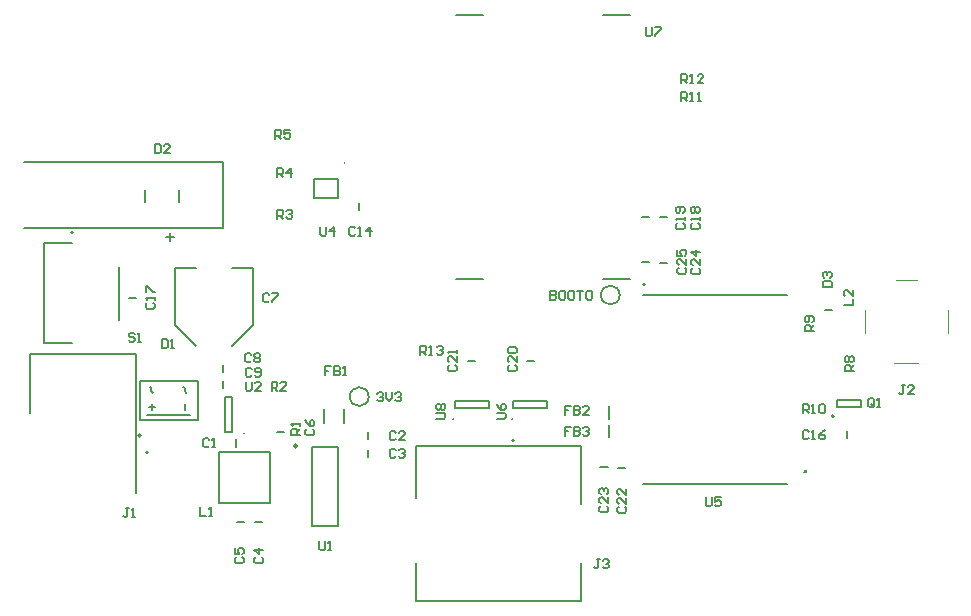
<source format=gto>
G04*
G04 #@! TF.GenerationSoftware,Altium Limited,Altium Designer,25.2.1 (25)*
G04*
G04 Layer_Color=65535*
%FSLAX44Y44*%
%MOMM*%
G71*
G04*
G04 #@! TF.SameCoordinates,87619A9C-F5BC-4542-8D18-A5A081A772CD*
G04*
G04*
G04 #@! TF.FilePolarity,Positive*
G04*
G01*
G75*
%ADD10C,0.2000*%
%ADD11C,0.2500*%
%ADD12C,0.1270*%
%ADD13C,0.3800*%
%ADD14C,0.1000*%
%ADD15C,0.1500*%
%ADD16C,0.1600*%
D10*
X423150Y119263D02*
G03*
X423150Y119263I-1000J0D01*
G01*
X113500Y108875D02*
G03*
X113500Y108875I-1000J0D01*
G01*
X532365Y251196D02*
G03*
X532337Y251476I705J212D01*
G01*
X693982Y139671D02*
G03*
X693982Y139671I-1000J0D01*
G01*
X106908Y123170D02*
G03*
X106908Y123170I-1000J0D01*
G01*
X49750Y295250D02*
G03*
X49750Y295250I-1000J0D01*
G01*
X252028Y46650D02*
X274278D01*
X252028Y113650D02*
X274278D01*
Y46650D02*
Y113650D01*
X252028Y46650D02*
Y113650D01*
X685880Y229728D02*
X692120D01*
D11*
X239278Y114400D02*
G03*
X239278Y114400I-1250J0D01*
G01*
D12*
X279758Y353990D02*
G03*
X279758Y353990I-500J0D01*
G01*
X299948Y156210D02*
G03*
X299948Y156210I-8000J0D01*
G01*
X421335Y137214D02*
G03*
X421335Y137214I-500J0D01*
G01*
X371805D02*
G03*
X371805Y137214I-500J0D01*
G01*
X194206Y125113D02*
G03*
X194206Y125113I-500J0D01*
G01*
X512517Y242152D02*
G03*
X512517Y242152I-8000J0D01*
G01*
X340000Y-16500D02*
Y15000D01*
Y-16500D02*
X480000D01*
X340000Y114000D02*
X480000D01*
X340000Y70000D02*
Y114000D01*
X480000Y-16500D02*
Y15000D01*
Y65000D02*
Y114000D01*
X13000Y192575D02*
X102750D01*
X13000Y142500D02*
Y192575D01*
X102750Y74975D02*
Y192575D01*
X110927Y321094D02*
Y331094D01*
X139026Y320933D02*
Y330933D01*
X278858Y133700D02*
Y145700D01*
X261858Y133700D02*
Y145700D01*
X274008Y324740D02*
Y340740D01*
X254008Y324740D02*
X274008D01*
X254008D02*
Y340740D01*
X274008D01*
X291943Y314343D02*
Y320343D01*
X705319Y121005D02*
Y127005D01*
X716482Y147671D02*
Y153671D01*
X696482D02*
X716482D01*
X696482Y147671D02*
Y153671D01*
Y147671D02*
X716482D01*
X8000Y355103D02*
X176761D01*
X8000Y299242D02*
X176761D01*
Y355103D01*
X503695Y137637D02*
Y148137D01*
X503800Y121778D02*
Y132278D01*
X496162Y96228D02*
X502162D01*
X511060Y96102D02*
X517060D01*
X422228Y146860D02*
Y152860D01*
X451228D01*
Y146860D02*
Y152860D01*
X422228Y146860D02*
X451228D01*
X372698D02*
X401698D01*
Y152860D01*
X372698D02*
X401698D01*
X372698Y146860D02*
Y152860D01*
X178059Y126506D02*
X184059D01*
X178059D02*
Y155506D01*
X184059D01*
Y126506D02*
Y155506D01*
X173109Y109166D02*
X216109D01*
Y66166D02*
Y109166D01*
X173109Y66166D02*
X216109D01*
X173109D02*
Y109166D01*
X384198Y186690D02*
X390198D01*
X433728D02*
X439728D01*
X222579Y125948D02*
X228579D01*
X201758Y217150D02*
Y265410D01*
X184018Y199410D02*
X201758Y217150D01*
X135758D02*
Y265410D01*
Y217150D02*
X153498Y199410D01*
X183998Y265410D02*
X201758D01*
X135758D02*
X153518D01*
X188517Y49631D02*
X194517D01*
X203757D02*
X209757D01*
X299263Y120338D02*
Y126338D01*
X299143Y105098D02*
Y111098D01*
X105908Y136670D02*
Y169420D01*
X155408Y136670D02*
Y169420D01*
X105908Y136670D02*
X155408D01*
X105908Y169420D02*
X155408D01*
X111908Y140420D02*
X148738D01*
X187409Y113876D02*
Y119876D01*
X176378Y163370D02*
Y169370D01*
Y177340D02*
Y183340D01*
X546758Y308610D02*
X552758D01*
X531518D02*
X537518D01*
X97000Y240000D02*
X103000D01*
X546501Y269722D02*
X552501D01*
X531645Y269763D02*
X537645D01*
X88418Y221000D02*
Y266000D01*
X24750Y201500D02*
Y285250D01*
Y201500D02*
X49000D01*
X24750Y285250D02*
Y286036D01*
X48750D01*
X135280Y291235D02*
X128750D01*
X132015Y294500D02*
Y287970D01*
X145400Y159330D02*
X144131Y160600D01*
Y163139D01*
X142861Y164408D01*
X117206Y159330D02*
X115937Y160600D01*
Y163139D01*
X114667Y164408D01*
X144621Y145236D02*
Y150314D01*
X116681Y145236D02*
Y150314D01*
X114142Y147775D02*
X119221D01*
X118652Y369809D02*
Y362191D01*
X122461D01*
X123730Y363461D01*
Y368539D01*
X122461Y369809D01*
X118652D01*
X131348Y362191D02*
X126270D01*
X131348Y367270D01*
Y368539D01*
X130078Y369809D01*
X127539D01*
X126270Y368539D01*
X343762Y191524D02*
Y199141D01*
X347571D01*
X348841Y197872D01*
Y195333D01*
X347571Y194063D01*
X343762D01*
X346301D02*
X348841Y191524D01*
X351380D02*
X353919D01*
X352649D01*
Y199141D01*
X351380Y197872D01*
X357728D02*
X358997Y199141D01*
X361537D01*
X362806Y197872D01*
Y196602D01*
X361537Y195333D01*
X360267D01*
X361537D01*
X362806Y194063D01*
Y192793D01*
X361537Y191524D01*
X358997D01*
X357728Y192793D01*
X257922Y33809D02*
Y27461D01*
X259191Y26191D01*
X261730D01*
X263000Y27461D01*
Y33809D01*
X265539Y26191D02*
X268078D01*
X266809D01*
Y33809D01*
X265539Y32539D01*
X684356Y249353D02*
X691973D01*
Y253162D01*
X690704Y254431D01*
X685625D01*
X684356Y253162D01*
Y249353D01*
X685625Y256971D02*
X684356Y258240D01*
Y260779D01*
X685625Y262049D01*
X686895D01*
X688164Y260779D01*
Y259510D01*
Y260779D01*
X689434Y262049D01*
X690704D01*
X691973Y260779D01*
Y258240D01*
X690704Y256971D01*
X307192Y158749D02*
X308461Y160019D01*
X311000D01*
X312270Y158749D01*
Y157480D01*
X311000Y156210D01*
X309731D01*
X311000D01*
X312270Y154940D01*
Y153671D01*
X311000Y152401D01*
X308461D01*
X307192Y153671D01*
X314809Y160019D02*
Y154940D01*
X317348Y152401D01*
X319887Y154940D01*
Y160019D01*
X322427Y158749D02*
X323696Y160019D01*
X326235D01*
X327505Y158749D01*
Y157480D01*
X326235Y156210D01*
X324966D01*
X326235D01*
X327505Y154940D01*
Y153671D01*
X326235Y152401D01*
X323696D01*
X322427Y153671D01*
X728000Y148461D02*
Y153539D01*
X726730Y154809D01*
X724191D01*
X722922Y153539D01*
Y148461D01*
X724191Y147191D01*
X726730D01*
X725461Y149730D02*
X728000Y147191D01*
X726730D02*
X728000Y148461D01*
X730539Y147191D02*
X733078D01*
X731809D01*
Y154809D01*
X730539Y153539D01*
X667478Y142191D02*
Y149809D01*
X671287D01*
X672556Y148539D01*
Y146000D01*
X671287Y144730D01*
X667478D01*
X670017D02*
X672556Y142191D01*
X675096D02*
X677635D01*
X676365D01*
Y149809D01*
X675096Y148539D01*
X681444D02*
X682713Y149809D01*
X685252D01*
X686522Y148539D01*
Y143461D01*
X685252Y142191D01*
X682713D01*
X681444Y143461D01*
Y148539D01*
X676809Y211652D02*
X669191D01*
Y215461D01*
X670461Y216730D01*
X673000D01*
X674269Y215461D01*
Y211652D01*
Y214191D02*
X676809Y216730D01*
X675539Y219270D02*
X676809Y220539D01*
Y223078D01*
X675539Y224348D01*
X670461D01*
X669191Y223078D01*
Y220539D01*
X670461Y219270D01*
X671730D01*
X673000Y220539D01*
Y224348D01*
X710809Y177652D02*
X703191D01*
Y181461D01*
X704461Y182730D01*
X707000D01*
X708270Y181461D01*
Y177652D01*
Y180191D02*
X710809Y182730D01*
X704461Y185270D02*
X703191Y186539D01*
Y189078D01*
X704461Y190348D01*
X705730D01*
X707000Y189078D01*
X708270Y190348D01*
X709539D01*
X710809Y189078D01*
Y186539D01*
X709539Y185270D01*
X708270D01*
X707000Y186539D01*
X705730Y185270D01*
X704461D01*
X707000Y186539D02*
Y189078D01*
X702191Y233652D02*
X709809D01*
Y238730D01*
Y246348D02*
Y241270D01*
X704730Y246348D01*
X703461D01*
X702191Y245078D01*
Y242539D01*
X703461Y241270D01*
X672556Y126539D02*
X671287Y127809D01*
X668748D01*
X667478Y126539D01*
Y121461D01*
X668748Y120191D01*
X671287D01*
X672556Y121461D01*
X675096Y120191D02*
X677635D01*
X676365D01*
Y127809D01*
X675096Y126539D01*
X686522Y127809D02*
X683983Y126539D01*
X681444Y124000D01*
Y121461D01*
X682713Y120191D01*
X685252D01*
X686522Y121461D01*
Y122730D01*
X685252Y124000D01*
X681444D01*
X585320Y71119D02*
Y64771D01*
X586590Y63501D01*
X589129D01*
X590399Y64771D01*
Y71119D01*
X598016D02*
X592938D01*
Y67310D01*
X595477Y68580D01*
X596747D01*
X598016Y67310D01*
Y64771D01*
X596747Y63501D01*
X594207D01*
X592938Y64771D01*
X187809Y20320D02*
X186539Y19051D01*
Y16512D01*
X187809Y15242D01*
X192887D01*
X194157Y16512D01*
Y19051D01*
X192887Y20320D01*
X186539Y27938D02*
Y22860D01*
X190348D01*
X189079Y25399D01*
Y26668D01*
X190348Y27938D01*
X192887D01*
X194157Y26668D01*
Y24129D01*
X192887Y22860D01*
X204319Y20320D02*
X203050Y19051D01*
Y16512D01*
X204319Y15242D01*
X209397D01*
X210667Y16512D01*
Y19051D01*
X209397Y20320D01*
X210667Y26668D02*
X203050D01*
X206858Y22860D01*
Y27938D01*
X195652Y168809D02*
Y162461D01*
X196922Y161191D01*
X199461D01*
X200730Y162461D01*
Y168809D01*
X208348Y161191D02*
X203270D01*
X208348Y166270D01*
Y167539D01*
X207078Y168809D01*
X204539D01*
X203270Y167539D01*
X217652Y161191D02*
Y168809D01*
X221461D01*
X222730Y167539D01*
Y165000D01*
X221461Y163730D01*
X217652D01*
X220191D02*
X222730Y161191D01*
X230348D02*
X225270D01*
X230348Y166270D01*
Y167539D01*
X229078Y168809D01*
X226539D01*
X225270Y167539D01*
X241809Y123922D02*
X234191D01*
Y127730D01*
X235461Y129000D01*
X238000D01*
X239270Y127730D01*
Y123922D01*
Y126461D02*
X241809Y129000D01*
Y131539D02*
Y134078D01*
Y132809D01*
X234191D01*
X235461Y131539D01*
X157374Y62469D02*
Y54851D01*
X162452D01*
X164991D02*
X167530D01*
X166261D01*
Y62469D01*
X164991Y61199D01*
X200730Y179539D02*
X199461Y180809D01*
X196922D01*
X195652Y179539D01*
Y174461D01*
X196922Y173191D01*
X199461D01*
X200730Y174461D01*
X203270D02*
X204539Y173191D01*
X207078D01*
X208348Y174461D01*
Y179539D01*
X207078Y180809D01*
X204539D01*
X203270Y179539D01*
Y178270D01*
X204539Y177000D01*
X208348D01*
X200509Y191769D02*
X199239Y193039D01*
X196700D01*
X195430Y191769D01*
Y186691D01*
X196700Y185421D01*
X199239D01*
X200509Y186691D01*
X203048Y191769D02*
X204317Y193039D01*
X206857D01*
X208126Y191769D01*
Y190500D01*
X206857Y189230D01*
X208126Y187960D01*
Y186691D01*
X206857Y185421D01*
X204317D01*
X203048Y186691D01*
Y187960D01*
X204317Y189230D01*
X203048Y190500D01*
Y191769D01*
X204317Y189230D02*
X206857D01*
X247461Y128730D02*
X246191Y127461D01*
Y124922D01*
X247461Y123652D01*
X252539D01*
X253809Y124922D01*
Y127461D01*
X252539Y128730D01*
X246191Y136348D02*
X247461Y133809D01*
X250000Y131270D01*
X252539D01*
X253809Y132539D01*
Y135078D01*
X252539Y136348D01*
X251270D01*
X250000Y135078D01*
Y131270D01*
X165000Y119539D02*
X163730Y120809D01*
X161191D01*
X159922Y119539D01*
Y114461D01*
X161191Y113191D01*
X163730D01*
X165000Y114461D01*
X167539Y113191D02*
X170078D01*
X168809D01*
Y120809D01*
X167539Y119539D01*
X268191Y181809D02*
X263113D01*
Y178000D01*
X265652D01*
X263113D01*
Y174191D01*
X270730Y181809D02*
Y174191D01*
X274539D01*
X275809Y175461D01*
Y176730D01*
X274539Y178000D01*
X270730D01*
X274539D01*
X275809Y179270D01*
Y180539D01*
X274539Y181809D01*
X270730D01*
X278348Y174191D02*
X280887D01*
X279618D01*
Y181809D01*
X278348Y180539D01*
X322730Y110637D02*
X321461Y111906D01*
X318922D01*
X317652Y110637D01*
Y105558D01*
X318922Y104289D01*
X321461D01*
X322730Y105558D01*
X325270Y110637D02*
X326539Y111906D01*
X329078D01*
X330348Y110637D01*
Y109367D01*
X329078Y108097D01*
X327809D01*
X329078D01*
X330348Y106828D01*
Y105558D01*
X329078Y104289D01*
X326539D01*
X325270Y105558D01*
X322730Y125759D02*
X321461Y127029D01*
X318922D01*
X317652Y125759D01*
Y120681D01*
X318922Y119411D01*
X321461D01*
X322730Y120681D01*
X330348Y119411D02*
X325270D01*
X330348Y124490D01*
Y125759D01*
X329078Y127029D01*
X326539D01*
X325270Y125759D01*
X357191Y137652D02*
X363539D01*
X364809Y138922D01*
Y141461D01*
X363539Y142730D01*
X357191D01*
X358461Y145270D02*
X357191Y146539D01*
Y149078D01*
X358461Y150348D01*
X359730D01*
X361000Y149078D01*
X362270Y150348D01*
X363539D01*
X364809Y149078D01*
Y146539D01*
X363539Y145270D01*
X362270D01*
X361000Y146539D01*
X359730Y145270D01*
X358461D01*
X361000Y146539D02*
Y149078D01*
X408421Y137304D02*
X414769D01*
X416038Y138574D01*
Y141113D01*
X414769Y142383D01*
X408421D01*
Y150000D02*
X409690Y147461D01*
X412230Y144922D01*
X414769D01*
X416038Y146192D01*
Y148731D01*
X414769Y150000D01*
X413499D01*
X412230Y148731D01*
Y144922D01*
X288602Y298585D02*
X287332Y299855D01*
X284793D01*
X283523Y298585D01*
Y293507D01*
X284793Y292237D01*
X287332D01*
X288602Y293507D01*
X291141Y292237D02*
X293680D01*
X292410D01*
Y299855D01*
X291141Y298585D01*
X301297Y292237D02*
Y299855D01*
X297489Y296046D01*
X302567D01*
X534652Y468809D02*
Y462461D01*
X535922Y461191D01*
X538461D01*
X539730Y462461D01*
Y468809D01*
X542270D02*
X547348D01*
Y467539D01*
X542270Y462461D01*
Y461191D01*
X562459Y265432D02*
X561189Y264162D01*
Y261623D01*
X562459Y260353D01*
X567537D01*
X568807Y261623D01*
Y264162D01*
X567537Y265432D01*
X568807Y273049D02*
Y267971D01*
X563729Y273049D01*
X562459D01*
X561189Y271780D01*
Y269240D01*
X562459Y267971D01*
X561189Y280667D02*
Y275588D01*
X564998D01*
X563729Y278128D01*
Y279397D01*
X564998Y280667D01*
X567537D01*
X568807Y279397D01*
Y276858D01*
X567537Y275588D01*
X574461Y264922D02*
X573191Y263652D01*
Y261113D01*
X574461Y259843D01*
X579539D01*
X580809Y261113D01*
Y263652D01*
X579539Y264922D01*
X580809Y272539D02*
Y267461D01*
X575730Y272539D01*
X574461D01*
X573191Y271270D01*
Y268730D01*
X574461Y267461D01*
X580809Y278887D02*
X573191D01*
X577000Y275078D01*
Y280157D01*
X97000Y61631D02*
X94461D01*
X95730D01*
Y55283D01*
X94461Y54014D01*
X93191D01*
X91922Y55283D01*
X99539Y54014D02*
X102078D01*
X100809D01*
Y61631D01*
X99539Y60361D01*
X471020Y130809D02*
X465942D01*
Y127000D01*
X468481D01*
X465942D01*
Y123191D01*
X473559Y130809D02*
Y123191D01*
X477368D01*
X478637Y124461D01*
Y125730D01*
X477368Y127000D01*
X473559D01*
X477368D01*
X478637Y128270D01*
Y129539D01*
X477368Y130809D01*
X473559D01*
X481177Y129539D02*
X482446Y130809D01*
X484985D01*
X486255Y129539D01*
Y128270D01*
X484985Y127000D01*
X483716D01*
X484985D01*
X486255Y125730D01*
Y124461D01*
X484985Y123191D01*
X482446D01*
X481177Y124461D01*
X471020Y148589D02*
X465942D01*
Y144780D01*
X468481D01*
X465942D01*
Y140971D01*
X473559Y148589D02*
Y140971D01*
X477368D01*
X478637Y142241D01*
Y143510D01*
X477368Y144780D01*
X473559D01*
X477368D01*
X478637Y146050D01*
Y147319D01*
X477368Y148589D01*
X473559D01*
X486255Y140971D02*
X481177D01*
X486255Y146050D01*
Y147319D01*
X484985Y148589D01*
X482446D01*
X481177Y147319D01*
X453525Y245987D02*
Y238369D01*
X457334D01*
X458604Y239639D01*
Y240908D01*
X457334Y242178D01*
X453525D01*
X457334D01*
X458604Y243447D01*
Y244717D01*
X457334Y245987D01*
X453525D01*
X464952D02*
X462412D01*
X461143Y244717D01*
Y239639D01*
X462412Y238369D01*
X464952D01*
X466221Y239639D01*
Y244717D01*
X464952Y245987D01*
X472569D02*
X470030D01*
X468760Y244717D01*
Y239639D01*
X470030Y238369D01*
X472569D01*
X473839Y239639D01*
Y244717D01*
X472569Y245987D01*
X476378D02*
X481456D01*
X478917D01*
Y238369D01*
X483996Y244717D02*
X485265Y245987D01*
X487804D01*
X489074Y244717D01*
Y239639D01*
X487804Y238369D01*
X485265D01*
X483996Y239639D01*
Y244717D01*
X101714Y209184D02*
X100444Y210454D01*
X97905D01*
X96636Y209184D01*
Y207915D01*
X97905Y206645D01*
X100444D01*
X101714Y205375D01*
Y204106D01*
X100444Y202836D01*
X97905D01*
X96636Y204106D01*
X104253Y202836D02*
X106792D01*
X105523D01*
Y210454D01*
X104253Y209184D01*
X564366Y421641D02*
Y429259D01*
X568175D01*
X569445Y427989D01*
Y425450D01*
X568175Y424180D01*
X564366D01*
X566906D02*
X569445Y421641D01*
X571984D02*
X574523D01*
X573254D01*
Y429259D01*
X571984Y427989D01*
X583410Y421641D02*
X578332D01*
X583410Y426720D01*
Y427989D01*
X582141Y429259D01*
X579601D01*
X578332Y427989D01*
X564748Y406191D02*
Y413809D01*
X568556D01*
X569826Y412539D01*
Y410000D01*
X568556Y408730D01*
X564748D01*
X567287D02*
X569826Y406191D01*
X572365D02*
X574904D01*
X573635D01*
Y413809D01*
X572365Y412539D01*
X578713Y406191D02*
X581252D01*
X579983D01*
Y413809D01*
X578713Y412539D01*
X222325Y341887D02*
Y349505D01*
X226134D01*
X227404Y348235D01*
Y345696D01*
X226134Y344426D01*
X222325D01*
X224865D02*
X227404Y341887D01*
X233752D02*
Y349505D01*
X229943Y345696D01*
X235021D01*
X220830Y374651D02*
Y382269D01*
X224639D01*
X225909Y380999D01*
Y378460D01*
X224639Y377190D01*
X220830D01*
X223370D02*
X225909Y374651D01*
X233526Y382269D02*
X228448D01*
Y378460D01*
X230987Y379730D01*
X232257D01*
X233526Y378460D01*
Y375921D01*
X232257Y374651D01*
X229717D01*
X228448Y375921D01*
X222325Y306931D02*
Y314549D01*
X226134D01*
X227404Y313279D01*
Y310740D01*
X226134Y309470D01*
X222325D01*
X224865D02*
X227404Y306931D01*
X229943Y313279D02*
X231213Y314549D01*
X233752D01*
X235021Y313279D01*
Y312010D01*
X233752Y310740D01*
X232482D01*
X233752D01*
X235021Y309470D01*
Y308201D01*
X233752Y306931D01*
X231213D01*
X229943Y308201D01*
X258930Y299855D02*
Y293507D01*
X260200Y292237D01*
X262739D01*
X264009Y293507D01*
Y299855D01*
X270357Y292237D02*
Y299855D01*
X266548Y296046D01*
X271626D01*
X495750Y18628D02*
X493211D01*
X494481D01*
Y12280D01*
X493211Y11010D01*
X491942D01*
X490672Y12280D01*
X498290Y17358D02*
X499559Y18628D01*
X502098D01*
X503368Y17358D01*
Y16089D01*
X502098Y14819D01*
X500829D01*
X502098D01*
X503368Y13549D01*
Y12280D01*
X502098Y11010D01*
X499559D01*
X498290Y12280D01*
X753730Y165959D02*
X751191D01*
X752461D01*
Y159611D01*
X751191Y158341D01*
X749922D01*
X748652Y159611D01*
X761348Y158341D02*
X756270D01*
X761348Y163420D01*
Y164689D01*
X760078Y165959D01*
X757539D01*
X756270Y164689D01*
X124922Y204809D02*
Y197191D01*
X128730D01*
X130000Y198461D01*
Y203539D01*
X128730Y204809D01*
X124922D01*
X132539Y197191D02*
X135078D01*
X133809D01*
Y204809D01*
X132539Y203539D01*
X368149Y182881D02*
X366880Y181612D01*
Y179072D01*
X368149Y177803D01*
X373227D01*
X374497Y179072D01*
Y181612D01*
X373227Y182881D01*
X374497Y190499D02*
Y185420D01*
X369419Y190499D01*
X368149D01*
X366880Y189229D01*
Y186690D01*
X368149Y185420D01*
X374497Y193038D02*
Y195577D01*
Y194308D01*
X366880D01*
X368149Y193038D01*
X496419Y63502D02*
X495149Y62232D01*
Y59693D01*
X496419Y58423D01*
X501497D01*
X502767Y59693D01*
Y62232D01*
X501497Y63502D01*
X502767Y71119D02*
Y66041D01*
X497689Y71119D01*
X496419D01*
X495149Y69850D01*
Y67310D01*
X496419Y66041D01*
Y73658D02*
X495149Y74928D01*
Y77467D01*
X496419Y78737D01*
X497689D01*
X498958Y77467D01*
Y76198D01*
Y77467D01*
X500228Y78737D01*
X501497D01*
X502767Y77467D01*
Y74928D01*
X501497Y73658D01*
X511603Y62833D02*
X510333Y61563D01*
Y59024D01*
X511603Y57754D01*
X516681D01*
X517951Y59024D01*
Y61563D01*
X516681Y62833D01*
X517951Y70450D02*
Y65372D01*
X512872Y70450D01*
X511603D01*
X510333Y69180D01*
Y66641D01*
X511603Y65372D01*
X517951Y78068D02*
Y72989D01*
X512872Y78068D01*
X511603D01*
X510333Y76798D01*
Y74259D01*
X511603Y72989D01*
X418949Y182882D02*
X417679Y181612D01*
Y179073D01*
X418949Y177803D01*
X424027D01*
X425297Y179073D01*
Y181612D01*
X424027Y182882D01*
X425297Y190499D02*
Y185421D01*
X420219Y190499D01*
X418949D01*
X417679Y189230D01*
Y186690D01*
X418949Y185421D01*
Y193038D02*
X417679Y194308D01*
Y196847D01*
X418949Y198117D01*
X424027D01*
X425297Y196847D01*
Y194308D01*
X424027Y193038D01*
X418949D01*
X112636Y235845D02*
X111366Y234575D01*
Y232036D01*
X112636Y230766D01*
X117714D01*
X118984Y232036D01*
Y234575D01*
X117714Y235845D01*
X118984Y238384D02*
Y240923D01*
Y239653D01*
X111366D01*
X112636Y238384D01*
X111366Y244732D02*
Y249810D01*
X112636D01*
X117714Y244732D01*
X118984D01*
X561189Y302896D02*
X559920Y301627D01*
Y299088D01*
X561189Y297818D01*
X566267D01*
X567537Y299088D01*
Y301627D01*
X566267Y302896D01*
X567537Y305436D02*
Y307975D01*
Y306705D01*
X559920D01*
X561189Y305436D01*
X566267Y311784D02*
X567537Y313053D01*
Y315592D01*
X566267Y316862D01*
X561189D01*
X559920Y315592D01*
Y313053D01*
X561189Y311784D01*
X562459D01*
X563728Y313053D01*
Y316862D01*
X573889Y302896D02*
X572620Y301627D01*
Y299088D01*
X573889Y297818D01*
X578967D01*
X580237Y299088D01*
Y301627D01*
X578967Y302896D01*
X580237Y305436D02*
Y307975D01*
Y306705D01*
X572620D01*
X573889Y305436D01*
Y311784D02*
X572620Y313053D01*
Y315592D01*
X573889Y316862D01*
X575159D01*
X576428Y315592D01*
X577698Y316862D01*
X578967D01*
X580237Y315592D01*
Y313053D01*
X578967Y311784D01*
X577698D01*
X576428Y313053D01*
X575159Y311784D01*
X573889D01*
X576428Y313053D02*
Y315592D01*
X215857Y242460D02*
X214588Y243730D01*
X212049D01*
X210779Y242460D01*
Y237382D01*
X212049Y236112D01*
X214588D01*
X215857Y237382D01*
X218397Y243730D02*
X223475D01*
Y242460D01*
X218397Y237382D01*
Y236112D01*
D13*
X669763Y92560D02*
G03*
X669763Y92560I-575J0D01*
G01*
D14*
X790000Y209750D02*
Y229750D01*
X745000Y185000D02*
X765000D01*
X720000Y209750D02*
Y229750D01*
X746279Y254999D02*
X763957Y255000D01*
D15*
X521570Y255908D02*
Y255909D01*
X521569Y478908D02*
Y478908D01*
X498070Y478908D02*
X521569D01*
X373569D02*
X397070D01*
X373569D02*
Y478908D01*
Y255908D02*
Y255909D01*
Y255908D02*
X397070D01*
X498070D02*
X521570D01*
D16*
X531851Y82560D02*
X653898D01*
X531851Y242516D02*
X653835D01*
M02*

</source>
